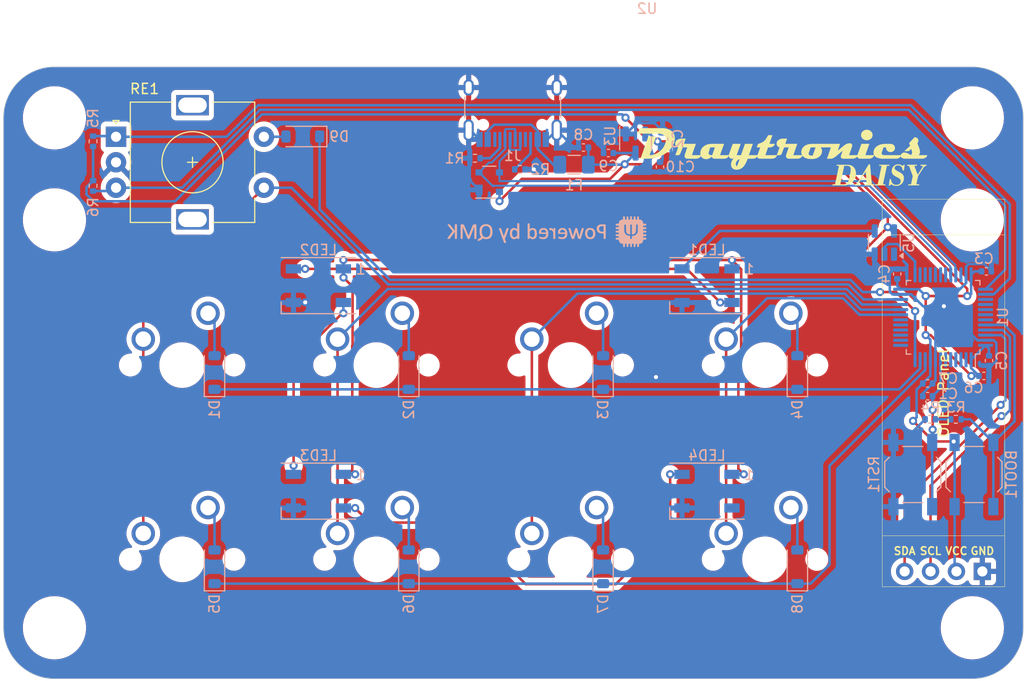
<source format=kicad_pcb>
(kicad_pcb (version 20240108) (generator "pcbnew") (generator_version "8.0")
  (layers (0 "F.Cu" signal) (31 "B.Cu" signal) (34 "B.Paste" user) (35 "F.Paste" user) (36 "B.SilkS" user "B.Silkscreen") (37 "F.SilkS" user "F.Silkscreen") (38 "B.Mask" user) (39 "F.Mask" user) (44 "Edge.Cuts" user))
  (net 0 "")
  (net 1 "+5V")
  (net 2 "GND")
  (net 3 "+3V3")
  (net 4 "NRST")
  (net 5 "VBUS")
  (net 6 "Net-(J1-CC1)")
  (net 8 "Net-(J1-CC2)")
  (net 10 "BOOT0")
  (net 11 "/C13")
  (net 12 "/C14")
  (net 13 "/C15")
  (net 14 "/F0")
  (net 15 "/F1")
  (net 16 "/B12")
  (net 17 "/B13")
  (net 18 "/B14")
  (net 19 "/B15")
  (net 20 "/A8")
  (net 21 "/B4")
  (net 22 "/B5")
  (net 23 "/B6")
  (net 24 "/B7")
  (net 25 "/A3")
  (net 26 "/A4")
  (net 27 "/A5")
  (net 28 "/A6")
  (net 29 "/A7")
  (net 30 "/B0")
  (net 31 "/B3")
  (net 32 "/B8")
  (net 33 "/B9")
  (net 34 "/A9")
  (net 35 "/A10")
  (net 36 "/A13")
  (net 37 "Net-(R3-Pad2)")
  (net 38 "D+")
  (net 39 "D-")
  (net 40 "Net-(D1-A)")
  (net 41 "ROW1")
  (net 42 "Net-(D2-A)")
  (net 43 "ROW2")
  (net 44 "Net-(D3-A)")
  (net 45 "ROW0")
  (net 46 "COL0")
  (net 47 "Net-(D4-A)")
  (net 48 "COL1")
  (net 49 "Net-(D5-A)")
  (net 50 "COL2")
  (net 51 "Net-(D6-A)")
  (net 52 "COL3")
  (net 53 "Net-(D7-A)")
  (net 54 "Net-(D8-A)")
  (net 55 "REA")
  (net 56 "REB")
  (net 57 "Net-(D9-A)")
  (net 58 "Net-(LED1-DOUT)")
  (net 59 "Net-(LED1-DIN)")
  (net 60 "Net-(LED2-DOUT)")
  (net 61 "Net-(LED3-DOUT)")
  (footprint "Daisy:Warning" (layer "F.Cu") (at 103.299375 29.276875)
    (property "Reference" "G***" (hide yes))
    (property "Value" "LOGO" (hide yes))
  )
  (footprint "Daisy:draytronics-daisy-logo" (layer "F.Cu") (at 95.063125 32.62875)
    (property "Reference" "G***" (hide yes))
    (property "Value" "LOGO" (hide yes))
  )
  (footprint "Draytronics:SSD1306-0.91-OLED-4pin-128x32" (layer "F.Cu") (at 116.8225 36.52125 -90)
    (property "Reference" "OL1" (hide yes))
    (property "Value" "OLED" (hide yes))
  )
  (footprint "MountingHole:MountingHole_2.2mm_M2" (layer "F.Cu") (at 113.65 38.546)
    (property "Reference" "REF**" (hide yes))
    (property "Value" "MountingHole_2.2mm_M2" (hide yes))
  )
  (footprint "MountingHole:MountingHole_2.2mm_M2" (layer "F.Cu") (at 23.65 38.546)
    (property "Reference" "REF**" (hide yes))
    (property "Value" "MountingHole_2.2mm_M2" (hide yes))
  )
  (footprint "Rotary_Encoder:RotaryEncoder_Alps_EC11E-Switch_Vertical_H20mm" (layer "F.Cu") (at 29.68625 30.403125)
    (property "Reference" "RE1")
    (property "Value" "Encoder")
  )
  (footprint "MountingHole:MountingHole_2.2mm_M2" (layer "F.Cu") (at 23.65 78.546)
    (property "Reference" "REF**" (hide yes))
    (property "Value" "MountingHole_2.2mm_M2" (hide yes))
  )
  (footprint "PCM_marbastlib-mx:SW_MX_1u" (layer "F.Cu") (at 93.319375 52.786875)
    (property "Reference" "MX4" (hide yes))
    (property "Value" "MX_SW_solder")
  )
  (footprint "PCM_marbastlib-mx:SW_MX_1u" (layer "F.Cu") (at 93.319375 71.836875)
    (property "Reference" "MX8" (hide yes))
    (property "Value" "MX_SW_solder")
  )
  (footprint "PCM_marbastlib-mx:SW_MX_1u" (layer "F.Cu") (at 74.269375 71.836875)
    (property "Reference" "MX7" (hide yes))
    (property "Value" "MX_SW_solder")
  )
  (footprint "PCM_marbastlib-mx:SW_MX_1u" (layer "F.Cu") (at 74.269375 52.786875)
    (property "Reference" "MX3" (hide yes))
    (property "Value" "MX_SW_solder")
  )
  (footprint "PCM_marbastlib-mx:SW_MX_1u" (layer "F.Cu") (at 55.219375 71.836875)
    (property "Reference" "MX6" (hide yes))
    (property "Value" "MX_SW_solder")
  )
  (footprint "PCM_marbastlib-mx:SW_MX_1u" (layer "F.Cu") (at 36.169375 52.786875)
    (property "Reference" "MX1" (hide yes))
    (property "Value" "MX_SW_solder")
  )
  (footprint "Daisy:Daisy_Graphic_One_Fc" (layer "F.Cu") (at 23.0725 58.74 -90)
    (property "Reference" "G***" (hide yes))
    (property "Value" "LOGO" (hide yes))
  )
  (footprint "MountingHole:MountingHole_2.2mm_M2" (layer "F.Cu") (at 113.65 78.546)
    (property "Reference" "REF**" (hide yes))
    (property "Value" "MountingHole_2.2mm_M2" (hide yes))
  )
  (footprint "PCM_marbastlib-mx:SW_MX_1u" (layer "F.Cu") (at 55.219375 52.786875)
    (property "Reference" "MX2" (hide yes))
    (property "Value" "MX_SW_solder")
  )
  (footprint "MountingHole:MountingHole_2.2mm_M2" (layer "F.Cu") (at 23.65 28.546)
    (property "Reference" "REF**" (hide yes))
    (property "Value" "MountingHole_2.2mm_M2" (hide yes))
  )
  (footprint "PCM_marbastlib-mx:SW_MX_1u" (layer "F.Cu") (at 36.169375 71.836875)
    (property "Reference" "MX5" (hide yes))
    (property "Value" "MX_SW_solder")
  )
  (footprint "MountingHole:MountingHole_2.2mm_M2" (layer "F.Cu") (at 113.65 28.546)
    (property "Reference" "REF**" (hide yes))
    (property "Value" "MountingHole_2.2mm_M2" (hide yes))
  )
  (footprint "Capacitor_SMD:C_0402_1005Metric" (layer "B.Cu") (at 106.2825 43.8525 90)
    (property "Reference" "C4")
    (property "Value" "100nF")
  )
  (footprint "Package_QFP:LQFP-48_7x7mm_P0.5mm" (layer "B.Cu") (at 110.7825 48.1025 90)
    (property "Reference" "U1")
    (property "Value" "STM32F072CBT6")
  )
  (footprint "Diode_SMD:D_SOD-123" (layer "B.Cu") (at 58.394375 53.518125 90)
    (property "Reference" "D2")
    (property "Value" "D_Small")
  )
  (footprint "LED_SMD:LED_WS2812B_PLCC4_5.0x5.0mm_P3.2mm" (layer "B.Cu") (at 87.63 65.1525 180)
    (property "Reference" "LED4")
    (property "Value" "WS2812B")
  )
  (footprint "Diode_SMD:D_SOD-123" (layer "B.Cu") (at 77.444375 72.568125 90)
    (property "Reference" "D7")
    (property "Value" "D_Small")
  )
  (footprint "Capacitor_SMD:C_0402_1005Metric" (layer "B.Cu") (at 115.0325 43.6025)
    (property "Reference" "C3")
    (property "Value" "100nF")
  )
  (footprint "LED_SMD:LED_WS2812B_PLCC4_5.0x5.0mm_P3.2mm" (layer "B.Cu") (at 87.63 45 180)
    (property "Reference" "LED1")
    (property "Value" "WS2812B")
  )
  (footprint "Diode_SMD:D_SOD-123" (layer "B.Cu") (at 96.494375 72.568125 90)
    (property "Reference" "D8")
    (property "Value" "D_Small")
  )
  (footprint "Button_Switch_SMD:SW_SPST_TL3342" (layer "B.Cu") (at 113.8125 63.52 -90)
    (property "Reference" "BOOT1")
    (property "Value" "SW_SPST")
  )
  (footprint "Diode_SMD:D_SOD-123" (layer "B.Cu") (at 96.494375 53.518125 90)
    (property "Reference" "D4")
    (property "Value" "D_Small")
  )
  (footprint "Package_TO_SOT_SMD:SOT-143" (layer "B.Cu") (at 66.285 34.85)
    (property "Reference" "U2")
    (property "Value" "PRTR5V0U2X")
  )
  (footprint "Capacitor_SMD:C_0402_1005Metric" (layer "B.Cu") (at 115.2825 52.3525 -90)
    (property "Reference" "C5")
    (property "Value" "100nF")
  )
  (footprint "Diode_SMD:D_SOD-123" (layer "B.Cu") (at 58.394375 72.568125 90)
    (property "Reference" "D6")
    (property "Value" "D_Small")
  )
  (footprint "Button_Switch_SMD:SW_SPST_TL3342" (layer "B.Cu") (at 107.8125 63.52 90)
    (property "Reference" "RST1")
    (property "Value" "SW_SPST")
  )
  (footprint "Diode_SMD:D_SOD-123" (layer "B.Cu") (at 39.344375 53.518125 90)
    (property "Reference" "D1")
    (property "Value" "D_Small")
  )
  (footprint "LED_SMD:LED_WS2812B_PLCC4_5.0x5.0mm_P3.2mm" (layer "B.Cu") (at 49.53 65.1525 180)
    (property "Reference" "LED3")
    (property "Value" "WS2812B")
  )
  (footprint "Daisy:qmk-logo" (layer "B.Cu") (at 71.888125 39.69 180)
    (property "Reference" "G***" (hide yes))
    (property "Value" "LOGO" (hide yes))
  )
  (footprint "Diode_SMD:D_SOD-123" (layer "B.Cu") (at 47.999375 30.376875 180)
    (property "Reference" "D9")
    (property "Value" "D_Small")
  )
  (footprint "Package_TO_SOT_SMD:SOT-23" (layer "B.Cu") (at 80.629375 31.066875 -90)
    (property "Reference" "U3")
    (property "Value" "XC6206PxxxMR-Regulator_Linear")
  )
  (footprint "Capacitor_SMD:C_0402_1005Metric" (layer "B.Cu") (at 114.7825 53.8525)
    (property "Reference" "C6")
    (property "Value" "100nF")
  )
  (footprint "Package_TO_SOT_SMD:SOT-23-5" (layer "B.Cu") (at 105.021875 40.776875 90)
    (property "Reference" "U5")
    (property "Value" "SN74LV1T34DBV")
  )
  (footprint "Resistor_SMD:R_0402_1005Metric" (layer "B.Cu") (at 64.879375 32.506875)
    (property "Reference" "R1")
    (property "Value" "5.1k")
  )
  (footprint "Capacitor_SMD:C_0402_1005Metric" (layer "B.Cu") (at 83.029375 33.361875 -90)
    (property "Reference" "C10")
    (property "Value" "1uF")
  )
  (footprint "Fuse:Fuse_1206_3216Metric" (layer "B.Cu") (at 74.599375 33.136875)
    (property "Reference" "F1")
    (property "Value" "500mA")
  )
  (footprint "Resistor_SMD:R_0402_1005Metric" (layer "B.Cu") (at 27.438125 35.21125 -90)
    (property "Reference" "R6")
    (property "Value" "5.1k")
  )
  (footprint "Diode_SMD:D_SOD-123" (layer "B.Cu") (at 39.344375 72.568125 90)
    (property "Reference" "D5")
    (property "Value" "D_Small")
  )
  (footprint "Capacitor_SMD:C_0402_1005Metric" (layer "B.Cu") (at 77.969375 31.996875 180)
    (property "Reference" "C9")
    (property "Value" "1uF")
  )
  (footprint "Capacitor_SMD:C_0402_1005Metric" (layer "B.Cu") (at 109.269077 55.839077 180)
    (property "Reference" "C1")
    (property "Value" "100nF")
  )
  (footprint "Resistor_SMD:R_0402_1005Metric" (layer "B.Cu") (at 109.5325 58.1025 180)
    (property "Reference" "R4")
    (property "Value" "5.1k")
  )
  (footprint "Capacitor_SMD:C_0402_1005Metric" (layer "B.Cu") (at 109.269077 54.589077)
    (property "Reference" "C7")
    (property "Value" "100nF")
  )
  (footprint "LED_SMD:LED_WS2812B_PLCC4_5.0x5.0mm_P3.2mm" (layer "B.Cu") (at 49.53 45 180)
    (property "Reference" "LED2")
    (property "Value" "WS2812B")
  )
  (footprint "Resistor_SMD:R_0402_1005Metric" (layer "B.Cu") (at 69.285 33.6)
    (property "Reference" "R2")
    (property "Value" "5.1k")
  )
  (footprint "PCM_marbastlib-various:USB_C_Receptacle_HRO_TYPE-C-31-M-12" (layer "B.Cu") (at 68.58 26.622)
    (property "Reference" "J1")
    (property "Value" "USB_C_Receptacle_USB2.0")
  )
  (footprint "Resistor_SMD:R_0402_1005Metric" (layer "B.Cu") (at 112.0325 58.1025 180)
    (property "Reference" "R3")
    (property "Value" "5.1k")
  )
  (footprint "Capacitor_SMD:C_0603_1608Metric" (layer "B.Cu") (at 83.279375 30.611875 90)
    (property "Reference" "C2")
    (property "Value" "10uF")
  )
  (footprint "Capacitor_SMD:C_0402_1005Metric" (layer "B.Cu") (at 75.519375 31.456875 180)
    (property "Reference" "C8")
    (property "Value" "100nF")
  )
  (footprint "Diode_SMD:D_SOD-123" (layer "B.Cu") (at 77.444375 53.518125 90)
    (property "Reference" "D3")
    (property "Value" "D_Small")
  )
  (footprint "Resistor_SMD:R_0402_1005Metric" (layer "B.Cu") (at 27.438125 30.845625 -90)
    (property "Reference" "R5")
    (property "Value" "5.1k")
  )
  (gr_arc (start 18.65 28.546) (mid 20.114466 25.010466) (end 23.65 23.546) (stroke (width 0.05)) (layer "Edge.Cuts"))
  (gr_line (start 118.65 78.546) (end 118.65 28.546) (stroke (width 0.05)) (layer "Edge.Cuts"))
  (gr_line (start 23.65 83.546) (end 113.65 83.546) (stroke (width 0.05)) (layer "Edge.Cuts"))
  (gr_arc (start 113.65 23.546) (mid 117.185534 25.010466) (end 118.65 28.546) (stroke (width 0.05)) (layer "Edge.Cuts"))
  (gr_line (start 113.65 23.546) (end 23.65 23.546) (stroke (width 0.05)) (layer "Edge.Cuts"))
  (gr_arc (start 118.65 78.546) (mid 117.185534 82.081534) (end 113.65 83.546) (stroke (width 0.05)) (layer "Edge.Cuts"))
  (gr_line (start 18.65 28.546) (end 18.65 78.546) (stroke (width 0.05)) (layer "Edge.Cuts"))
  (gr_arc (start 23.65 83.546) (mid 20.114466 82.081534) (end 18.65 78.546) (stroke (width 0.05)) (layer "Edge.Cuts"))
  (segment (start 69.475625 34.530625) (end 78.135625 34.530625) (width 0.25) (layer "F.Cu") (net 1))
  (segment (start 102.119375 42.496875) (end 105.359375 39.256875) (width 0.25) (layer "F.Cu") (net 1))
  (segment (start 52.884375 50.857841) (end 52.884375 45.101875) (width 0.25) (layer "F.Cu") (net 1))
  (segment (start 67.289375 36.716875) (end 69.475625 34.530625) (width 0.25) (layer "F.Cu") (net 1))
  (segment (start 90.079375 42.496875) (end 102.119375 42.496875) (width 0.25) (layer "F.Cu") (net 1))
  (segment (start 90.984375 52.171875) (end 90.709375 52.446875) (width 0.25) (layer "F.Cu") (net 1))
  (segment (start 105.359375 38.153271) (end 98.512979 31.306875) (width 0.25) (layer "F.Cu") (net 1))
  (segment (start 90.069375 42.486875) (end 90.079375 42.496875) (width 0.25) (layer "F.Cu") (net 1))
  (segment (start 98.512979 31.306875) (end 83.35468 31.306875) (width 0.25) (layer "F.Cu") (net 1))
  (segment (start 78.135625 34.530625) (end 79.569375 33.096875) (width 0.25) (layer "F.Cu") (net 1))
  (segment (start 105.359375 39.256875) (end 105.359375 38.153271) (width 0.25) (layer "F.Cu") (net 1))
  (segment (start 90.709375 62.966875) (end 91.239375 63.496875) (width 0.25) (layer "F.Cu") (net 1))
  (segment (start 52.884375 45.101875) (end 51.989375 44.206875) (width 0.25) (layer "F.Cu") (net 1))
  (segment (start 52.850475 50.891741) (end 52.884375 50.857841) (width 0.25) (layer "F.Cu") (net 1))
  (segment (start 52.850475 63.217975) (end 52.850475 50.891741) (width 0.25) (layer "F.Cu") (net 1))
  (segment (start 90.984375 43.401875) (end 90.984375 52.171875) (width 0.25) (layer "F.Cu") (net 1))
  (segment (start 81.56468 33.096875) (end 79.569375 33.096875) (width 0.25) (layer "F.Cu") (net 1))
  (segment (start 53.129375 63.496875) (end 52.850475 63.217975) (width 0.25) (layer "F.Cu") (net 1))
  (segment (start 51.979375 42.486875) (end 90.069375 42.486875) (width 0.25) (layer "F.Cu") (net 1))
  (segment (start 83.35468 31.306875) (end 81.56468 33.096875) (width 0.25) (layer "F.Cu") (net 1))
  (segment (start 90.709375 52.446875) (end 90.709375 62.966875) (width 0.25) (layer "F.Cu") (net 1))
  (segment (start 90.079375 42.496875) (end 90.984375 43.401875) (width 0.25) (layer "F.Cu") (net 1))
  (via (at 79.569375 33.096875) (size 0.8) (drill 0.4) (layers "F.Cu" "B.Cu") (net 1))
  (via (at 67.289375 36.716875) (size 0.8) (drill 0.4) (layers "F.Cu" "B.Cu") (net 1))
  (via (at 105.359375 39.256875) (size 0.8) (drill 0.4) (layers "F.Cu" "B.Cu") (net 1))
  (via (at 53.129375 63.496875) (size 0.8) (drill 0.4) (layers "F.Cu" "B.Cu") (net 1))
  (via (at 90.079375 42.496875) (size 0.8) (drill 0.4) (layers "F.Cu" "B.Cu") (net 1))
  (via (at 91.239375 63.496875) (size 0.8) (drill 0.4) (layers "F.Cu" "B.Cu") (net 1))
  (via (at 51.989375 44.206875) (size 0.8) (drill 0.4) (layers "F.Cu" "B.Cu") (net 1))
  (via (at 51.979375 42.486875) (size 0.8) (drill 0.4) (layers "F.Cu" "B.Cu") (net 1))
  (segment (start 80.629375 32.004375) (end 79.569375 33.064375) (width 0.25) (layer "B.Cu") (net 1))
  (segment (start 79.569375 33.064375) (end 79.569375 33.096875) (width 0.25) (layer "B.Cu") (net 1))
  (segment (start 91.23375 63.5025) (end 91.239375 63.496875) (width 0.25) (layer "B.Cu") (net 1))
  (segment (start 75.999375 31.456875) (end 75.999375 33.136875) (width 0.25) (layer "B.Cu") (net 1))
  (segment (start 51.98 42.4875) (end 51.979375 42.486875) (width 0.25) (layer "B.Cu") (net 1))
  (segment (start 80.621875 31.996875) (end 80.629375 32.004375) (width 0.25) (layer "B.Cu") (net 1))
  (segment (start 105.971875 39.639375) (end 105.741875 39.639375) (width 0.25) (layer "B.Cu") (net 1))
  (segment (start 90.08 63.5025) (end 91.23375 63.5025) (width 0.25) (layer "B.Cu") (net 1))
  (segment (start 90.08 42.4975) (end 90.079375 42.496875) (width 0.25) (layer "B.Cu") (net 1))
  (segment (start 78.449375 31.996875) (end 80.621875 31.996875) (width 0.25) (layer "B.Cu") (net 1))
  (segment (start 90.08 43.35) (end 90.08 42.4975) (width 0.25) (layer "B.Cu") (net 1))
  (segment (start 79.496875 33.136875) (end 75.999375 33.136875) (width 0.25) (layer "B.Cu") (net 1))
  (segment (start 51.98 43.35) (end 51.98 42.4875) (width 0.25) (layer "B.Cu") (net 1))
  (segment (start 53.12375 63.5025) (end 53.129375 63.496875) (width 0.25) (layer "B.Cu") (net 1))
  (segment (start 67.285 35.8) (end 67.285 36.7125) (width 0.25) (layer "B.Cu") (net 1))
  (segment (start 79.536875 33.096875) (end 79.496875 33.136875) (width 0.25) (layer "B.Cu") (net 1))
  (segment (start 79.569375 33.096875) (end 79.536875 33.096875) (width 0.25) (layer "B.Cu") (net 1))
  (segment (start 51.989375 43.359375) (end 51.98 43.35) (width 0.25) (layer "B.Cu") (net 1))
  (segment (start 105.741875 39.639375) (end 105.359375 39.256875) (width 0.25) (layer "B.Cu") (net 1))
  (segment (start 51.989375 44.206875) (end 51.989375 43.359375) (width 0.25) (layer "B.Cu") (net 1))
  (segment (start 51.98 63.5025) (end 53.12375 63.5025) (width 0.25) (layer "B.Cu") (net 1))
  (segment (start 67.285 36.7125) (end 67.289375 36.716875) (width 0.25) (layer "B.Cu") (net 1))
  (via (at 82.629375 53.966875) (size 0.8) (drill 0.4) (layers "F.Cu" "B.Cu") (net 2))
  (via (at 110.859375 47.016875) (size 0.8) (drill 0.4) (layers "F.Cu" "B.Cu") (net 2))
  (via (at 48.239375 46.636875) (size 0.8) (drill 0.4) (layers "F.Cu" "B.Cu") (net 2))
  (via (at 70.649375 33.596875) (size 0.8) (drill 0.4) (layers "F.Cu" "B.Cu") (net 2))
  (segment (start 64.369375 29.861375) (end 64.26 29.752) (width 0.25) (layer "B.Cu") (net 2))
  (segment (start 74.604875 31.456875) (end 72.9 29.752) (width 0.25) (layer "B.Cu") (net 2))
  (segment (start 74.879375 29.752) (end 72.9 29.752) (width 0.25) (layer "B.Cu") (net 2))
  (segment (start 48.22625 46.65) (end 48.239375 46.636875) (width 0.25) (layer "B.Cu") (net 2))
  (segment (start 110.859375 47.016875) (end 110.804111 47.016875) (width 0.25) (layer "B.Cu") (net 2))
  (segment (start 83.339374 33.841875) (end 83.029375 33.841875) (width 0.25) (layer "B.Cu") (net 2))
  (segment (start 110.0325 54.305654) (end 109.749077 54.589077) (width 0.25) (layer "B.Cu") (net 2))
  (segment (start 105.5575 43.787501) (end 105.5575 45.595264) (width 0.25) (layer "B.Cu") (net 2))
  (segment (start 114.945 50.3525) (end 115.750264 50.3525) (width 0.25) (layer "B.Cu") (net 2))
  (segment (start 116.0075 50.609736) (end 116.0075 52.36875) (width 0.25) (layer "B.Cu") (net 2))
  (segment (start 104.071875 41.914375) (end 104.071875 42.576874) (width 0.25) (layer "B.Cu") (net 2))
  (segment (start 106.2825 43.3725) (end 105.972501 43.3725) (width 0.25) (layer "B.Cu") (net 2))
  (segment (start 104.867501 43.3725) (end 106.2825 43.3725) (width 0.25) (layer "B.Cu") (net 2))
  (segment (start 86.32375 66.8025) (end 86.329375 66.796875) (width 0.25) (layer "B.Cu") (net 2))
  (segment (start 113.0325 44.745264) (end 110.0325 47.745264) (width 0.25) (layer "B.Cu") (net 2))
  (segment (start 110.799375 47.026875) (end 108.829375 47.026875) (width 0.25) (layer "B.Cu") (net 2))
  (segment (start 70.64625 33.6) (end 70.649375 33.596875) (width 0.25) (layer "B.Cu") (net 2))
  (segment (start 107.839375 59.285625) (end 109.0225 58.1025) (width 0.25) (layer "B.Cu") (net 2))
  (segment (start 77.489375 31.996875) (end 77.489375 31.686876) (width 0.25) (layer "B.Cu") (net 2))
  (segment (start 71.83 30.667) (end 71.985 30.667) (width 0.25) (layer "B.Cu") (net 2))
  (segment (start 110.814111 47.026875) (end 110.799375 47.026875) (width 0.25) (layer "B.Cu") (net 2))
  (segment (start 84.079375 33.101874) (end 83.339374 33.841875) (width 0.25) (layer "B.Cu") (net 2))
  (segment (start 113.28875 42.8775) (end 113.0325 43.13375) (width 0.25) (layer "B.Cu") (net 2))
  (segment (start 109.749077 54.589077) (end 109.749077 54.600567) (width 0.25) (layer "B.Cu") (net 2))
  (segment (start 110.804111 47.016875) (end 110.814111 47.026875) (width 0.25) (layer "B.Cu") (net 2))
  (segment (start 108.789077 55.560567) (end 108.789077 55.839077) (width 0.25) (layer "B.Cu") (net 2))
  (segment (start 106.755 60.37) (end 107.838125 59.286875) (width 0.25) (layer "B.Cu") (net 2))
  (segment (start 105.5575 45.595264) (end 105.814736 45.8525) (width 0.25) (layer "B.Cu") (net 2))
  (segment (start 115.2825 52.8325) (end 115.2825 53.8325) (width 0.25) (layer "B.Cu") (net 2))
  (segment (start 79.649375 30.159375) (end 79.679375 30.129375) (width 0.25) (layer "B.Cu") (net 2))
  (segment (start 115.750264 50.3525) (end 116.0075 50.609736) (width 0.25) (layer "B.Cu") (net 2))
  (segment (start 105.9125 60.37) (end 105.9125 66.67) (width 0.25) (layer "B.Cu") (net 2))
  (segment (start 75.039375 31.456875) (end 74.604875 31.456875) (width 0.25) (layer "B.Cu") (net 2))
  (segment (start 69.795 33.6) (end 70.64625 33.6) (width 0.25) (layer "B.Cu") (net 2))
  (segment (start 105.814736 45.8525) (end 106.62 45.8525) (width 0.25) (layer "B.Cu") (net 2))
  (segment (start 82.509375 29.066875) (end 83.279375 29.836875) (width 0.25) (layer "B.Cu") (net 2))
  (segment (start 116.0075 52.36875) (end 115.54375 52.8325) (width 0.25) (layer "B.Cu") (net 2))
  (segment (start 83.279375 29.836875) (end 84.079375 30.636875) (width 0.25) (layer "B.Cu") (net 2))
  (segment (start 85.18 46.65) (end 86.31625 46.65) (width 0.25) (layer "B.Cu") (net 2))
  (segment (start 75.554499 29.752) (end 74.879375 29.752) (width 0.25) (layer "B.Cu") (net 2))
  (segment (start 79.302 29.752) (end 74.879375 29.752) (width 0.25) (layer "B.Cu") (net 2))
  (segment (start 64.415 29.752) (end 65.33 30.667) (width 0.25) (layer "B.Cu") (net 2))
  (segment (start 104.071875 42.576874) (end 104.867501 43.3725) (width 0.25) (layer "B.Cu") (net 2))
  (segment (start 115.54375 52.8325) (end 115.2825 52.8325) (width 0.25) (layer "B.Cu") (net 2))
  (segment (start 113.0325 43.94) (end 113.0325 44.745264) (width 0.25) (layer "B.Cu") (net 2))
  (segment (start 109.749077 54.600567) (end 108.789077 55.560567) (width 0.25) (layer "B.Cu") (net 2))
  (segment (start 114.139736 50.3525) (end 110.859375 47.072139) (width 0.25) (layer "B.Cu") (net 2))
  (segment (start 108.829375 47.026875) (end 107.655 45.8525) (width 0.25) (layer "B.Cu") (net 2))
  (segment (start 47.08 66.8025) (end 48.23375 66.8025) (width 0.25) (layer "B.Cu") (net 2))
  (segment (start 84.079375 30.636875) (end 84.079375 33.101874) (width 0.25) (layer "B.Cu") (net 2))
  (segment (start 115.2825 53.8325) (end 115.2625 53.8525) (width 0.25) (layer "B.Cu") (net 2))
  (segment (start 107.655 45.8525) (end 106.62 45.8525) (width 0.25) (layer "B.Cu") (net 2))
  (segment (start 110.0325 52.265) (end 110.0325 54.305654) (width 0.25) (layer "B.Cu") (net 2))
  (segment (start 105.972501 43.3725) (end 105.5575 43.787501) (width 0.25) (layer "B.Cu") (net 2))
  (segment (start 114.945 50.3525) (end 114.139736 50.3525) (width 0.25) (layer "B.Cu") (net 2))
  (segment (start 80.741875 29.066875) (end 82.509375 29.066875) (width 0.25) (layer "B.Cu") (net 2))
  (segment (start 79.679375 30.129375) (end 79.302 29.752) (width 0.25) (layer "B.Cu") (net 2))
  (segment (start 64.26 29.752) (end 64.415 29.752) (width 0.25) (layer "B.Cu") (net 2))
  (segment (start 64.369375 32.506875) (end 64.369375 29.861375) (width 0.25) (layer "B.Cu") (net 2))
  (segment (start 86.31625 46.65) (end 86.329375 46.636875) (width 0.25) (layer "B.Cu") (net 2))
  (segment (start 113.0325 43.13375) (end 113.0325 43.94) (width 0.25) (layer "B.Cu") (net 2))
  (segment (start 115.5125 43.59101) (end 114.79899 42.8775) (width 0.25) (layer "B.Cu") (net 2))
  (segment (start 64.369375 34.684375) (end 65.285 35.6) (width 0.25) (layer "B.Cu") (net 2))
  (segment (start 71.985 30.667) (end 72.9 29.752) (width 0.25) (layer "B.Cu") (net 2))
  (segment (start 77.489375 31.686876) (end 75.554499 29.752) (width 0.25) (layer "B.Cu") (net 2))
  (segment (start 48.23375 66.8025) (end 48.239375 66.796875) (width 0.25) (layer "B.Cu") (net 2))
  (segment (start 107.838125 59.286875) (end 107.839375 59.286875) (width 0.25) (layer "B.Cu") (net 2))
  (segment (start 110.859375 47.072139) (end 110.859375 47.016875) (width 0.25) (layer "B.Cu") (net 2))
  (segment (start 107.839375 59.286875) (end 107.839375 59.285625) (width 0.25) (layer "B.Cu") (net 2))
  (segment (start 79.679375 30.129375) (end 80.741875 29.066875) (width 0.25) (layer "B.Cu") (net 2))
  (segment (start 110.0325 47.745264) (end 110.0325 52.265) (width 0.25) (layer "B.Cu") (net 2))
  (segment (start 64.369375 32.506875) (end 64.369375 34.684375) (width 0.25) (layer "B.Cu") (net 2))
  (segment (start 105.9125 60.37) (end 106.755 60.37) (width 0.25) (layer "B.Cu") (net 2))
  (segment (start 47.08 46.65) (end 48.22625 46.65) (width 0.25) (layer "B.Cu") (net 2))
  (segment (start 85.18 66.8025) (end 86.32375 66.8025) (width 0.25) (layer "B.Cu") (net 2))
  (segment (start 114.79899 42.8775) (end 113.28875 42.8775) (width 0.25) (layer "B.Cu") (net 2))
  (segment (start 115.5125 43.6025) (end 115.5125 43.59101) (width 0.25) (layer "B.Cu") (net 2))
  (segment (start 113.149375 45.306875) (end 113.149375 46.016875) (width 0.25) (layer "F.Cu") (net 3))
  (segment (start 81.96689 30.856875) (end 79.642729 28.532714) (width 0.25) (layer "F.Cu") (net 3))
  (segment (start 82.779375 30.856875) (end 98.699375 30.856875) (width 0.25) (layer "F.Cu") (net 3))
  (segment (start 109.851722 60.279222) (end 111.821722 60.279222) (width 0.25) (layer "F.Cu") (net 3))
  (segment (start 98.699375 30.856875) (end 113.149375 45.306875) (width 0.25) (layer "F.Cu") (net 3))
  (segment (start 82.779375 30.856875) (end 81.96689 30.856875) (width 0.25) (layer "F.Cu") (net 3))
  (segment (start 113.559375 53.856875) (end 109.549375 49.846875) (width 0.25) (layer "F.Cu") (net 3))
  (segment (start 113.149375 46.016875) (end 109.079375 46.016875) (width 0.25) (layer "F.Cu") (net 3))
  (segment (start 109.079375 49.846875) (end 109.079375 46.016875) (width 0.25) (layer "F.Cu") (net 3))
  (segment (start 109.549375 49.846875) (end 109.079375 49.846875) (width 0.25) (layer "F.Cu") (net 3))
  (segment (start 107.836097 58.263597) (end 109.851722 60.279222) (width 0.25) (layer "F.Cu") (net 3))
  (via (at 82.779375 30.856875) (size 0.8) (drill 0.4) (layers "F.Cu" "B.Cu") (net 3))
  (via (at 111.821722 60.279222) (size 0.8) (drill 0.4) (layers "F.Cu" "B.Cu") (net 3))
  (via (at 79.642729 28.532714) (size 0.8) (drill 0.4) (layers "F.Cu" "B.Cu") (net 3))
  (via (at 109.079375 46.016875) (size 0.8) (drill 0.4) (layers "F.Cu" "B.Cu") (net 3))
  (via (at 109.079375 49.846875) (size 0.8) (drill 0.4) (layers "F.Cu" "B.Cu") (net 3))
  (via (at 107.836097 58.263597) (size 0.8) (drill 0.4) (layers "F.Cu" "B.Cu") (net 3))
  (via (at 113.149375 46.016875) (size 0.8) (drill 0.4) (layers "F.Cu" "B.Cu") (net 3))
  (via (at 113.559375 53.856875) (size 0.8) (drill 0.4) (layers "F.Cu" "B.Cu") (net 3))
  (segment (start 111.9125 63.27) (end 111.919375 63.276875) (width 0.25) (layer "B.Cu") (net 3))
  (segment (start 108.184077 57.915617) (end 107.836097 58.263597) (width 0.25) (layer "B.Cu") (net 3))
  (segment (start 111.919375 63.276875) (end 111.9125 63.28375) (width 0.25) (layer "B.Cu") (net 3))
  (segment (start 43.995771 28.206875) (end 35.474521 36.728125) (width 0.25) (layer "B.Cu") (net 3))
  (segment (start 106.2825 44.3325) (end 106.2825 45.015) (width 0.25) (layer "B.Cu") (net 3))
  (segment (start 106.2825 45.015) (end 106.62 45.3525) (width 0.25) (layer "B.Cu") (net 3))
  (segment (start 113.5325 43.94) (end 113.5325 45.81375) (width 0.25) (layer "B.Cu") (net 3))
  (segment (start 113.5325 52.265) (end 113.5325 53.0825) (width 0.25) (layer "B.Cu") (net 3))
  (segment (start 35.474521 36.728125) (end 27.460625 36.728125) (width 0.25) (layer "B.Cu") (net 3))
  (segment (start 111.9125 60.37) (end 111.9125 63.27) (width 0.25) (layer "B.Cu") (net 3))
  (segment (start 109.5325 52.265) (end 109.5325 51.21) (width 0.25) (layer "B.Cu") (net 3))
  (segment (start 106.62 45.3525) (end 108.415 45.3525) (width 0.25) (layer "B.Cu") (net 3))
  (segment (start 83.279375 32.631875) (end 83.029375 32.881875) (width 0.25) (layer "B.Cu") (net 3))
  (segment (start 114.259375 51.596875) (end 114.200625 51.596875) (width 0.25) (layer "B.Cu") (net 3))
  (segment (start 108.789077 54.589077) (end 108.184077 55.194077) (width 0.25) (layer "B.Cu") (net 3))
  (segment (start 115.2825 51.19) (end 114.945 50.8525) (width 0.25) (layer "B.Cu") (net 3))
  (segment (start 27.469375 33.066875) (end 27.438125 33.098125) (width 0.25) (layer "B.Cu") (net 3))
  (segment (start 109.5325 51.21) (end 109.5325 50.3) (width 0.25) (layer "B.Cu") (net 3))
  (segment (start 83.029375 31.636875) (end 83.279375 31.386875) (width 0.25) (layer "B.Cu") (net 3))
  (segment (start 114.3025 53.8525) (end 113.56375 53.8525) (width 0.25) (layer "B.Cu") (net 3))
  (segment (start 27.438125 31.355625) (end 27.438125 33.035625) (width 0.25) (layer "B.Cu") (net 3))
  (segment (start 114.945 50.8525) (end 114.259375 51.538125) (width 0.25) (layer "B.Cu") (net 3))
  (segment (start 113.87 43.6025) (end 113.5325 43.94) (width 0.25) (layer "B.Cu") (net 3))
  (segment (start 108.184077 55.194077) (end 108.184077 57.915617) (width 0.25) (layer "B.Cu") (net 3))
  (segment (start 27.438125 33.035625) (end 27.469375 33.066875) (width 0.25) (layer "B.Cu") (net 3))
  (segment (start 109.5325 50.3) (end 109.079375 49.846875) (width 0.25) (layer "B.Cu") (net 3))
  (segment (start 82.779375 30.856875) (end 82.779375 30.886875) (width 0.25) (layer "B.Cu") (net 3))
  (segment (start 26.793125 35.34625) (end 27.438125 34.70125) (width 0.25) (layer "B.Cu") (net 3))
  (segment (start 108.789077 54.577587) (end 108.789077 54.589077) (width 0.25) (layer "B.Cu") (net 3))
  (segment (start 83.279375 31.386875) (end 83.279375 32.631875) (width 0.25) (layer "B.Cu") (net 3))
  (segment (start 79.31689 28.206875) (end 43.995771 28.206875) (width 0.25) (layer "B.Cu") (net 3))
  (segment (start 82.749375 30.856875) (end 82.779375 30.856875) (width 0.25) (layer "B.Cu") (net 3))
  (segment (start 113.5325 45.81375) (end 113.3525 45.81375) (width 0.25) (layer "B.Cu") (net 3))
  (segment (start 113.3525 45.81375) (end 113.149375 46.016875) (width 0.25) (layer "B.Cu") (net 3))
  (segment (start 111.9125 63.28375) (end 111.9125 66.67) (width 0.25) (layer "B.Cu") (net 3))
  (segment (start 114.5525 43.6025) (end 113.87 43.6025) (width 0.25) (layer "B.Cu") (net 3))
  (segment (start 111.9125 66.67) (end 111.9125 72.84125) (width 0.25) (layer "B.Cu") (net 3))
  (segment (start 113.56375 53.8525) (end 113.559375 53.856875) (width 0.25) (layer "B.Cu") (net 3))
  (segment (start 109.5325 52.265) (end 109.5325 53.834164) (width 0.25) (layer "B.Cu") (net 3))
  (segment (start 82.021875 30.129375) (end 82.749375 30.856875) (width 0.25) (layer "B.Cu") (net 3))
  (segment (start 108.415 45.3525) (end 109.079375 46.016875) (width 0.25) (layer "B.Cu") (net 3))
  (segment (start 27.460625 36.728125) (end 26.793125 36.060625) (width 0.25) (layer "B.Cu") (net 3))
  (segment (start 27.438125 33.098125) (end 27.438125 34.70125) (width 0.25) (layer "B.Cu") (net 3))
  (segment (start 114.200625 51.596875) (end 113.5325 52.265) (width 0.25) (layer "B.Cu") (net 3))
  (segment (start 82.779375 30.886875) (end 83.279375 31.386875) (width 0.25) (layer "B.Cu") (net 3))
  (segment (start 113.5325 53.0825) (end 114.3025 53.8525) (width 0.25) (layer "B.Cu") (net 3))
  (segment (start 111.9125 72.84125) (end 112.0925 73.02125) (width 0.25) (layer "B.Cu") (net 3))
  (segment (start 114.259375 51.538125) (end 114.259375 51.596875) (width 0.25) (layer "B.Cu") (net 3))
  (segment (start 81.579375 30.129375) (end 82.021875 30.129375) (width 0.25) (layer "B.Cu") (net 3))
  (segment (start 109.5325 53.834164) (end 108.789077 54.577587) (width 0.25) (layer "B.Cu") (net 3))
  (segment (start 26.793125 36.060625) (end 26.793125 35.34625) (width 0.25) (layer "B.Cu") (net 3))
  (segment (start 115.2825 51.8725) (end 115.2825 51.19) (width 0.25) (layer "B.Cu") (net 3))
  (segment (start 79.642729 28.532714) (end 79.31689 28.206875) (width 0.25) (layer "B.Cu") (net 3))
  (segment (start 109.759375 57.186875) (end 109.759375 59.116875) (width 0.25) (layer "F.Cu") (net 4))
  (via (at 109.759375 59.116875) (size 0.8) (drill 0.4) (layers "F.Cu" "B.Cu") (net 4))
  (via (at 109.759375 57.186875) (size 0.8) (drill 0.4) (layers "F.Cu" "B.Cu") (net 4))
  (segment (start 110.5325 52.265) (end 110.5325 55.055654) (width 0.25) (layer "B.Cu") (net 4))
  (segment (start 109.759375 59.116875) (end 109.759375 60.323125) (width 0.25) (layer "B.Cu") (net 4))
  (segment (start 109.759375 60.323125) (end 109.7125 60.37) (width 0.25) (layer "B.Cu") (net 4))
  (segment (start 109.7125 60.37) (end 109.7125 66.67) (width 0.25) (layer "B.Cu") (net 4))
  (segment (start 109.749077 55.839077) (end 109.749077 57.176577) (width 0.25) (layer "B.Cu") (net 4))
  (segment (start 109.749077 57.176577) (end 109.759375 57.186875) (width 0.25) (layer "B.Cu") (net 4))
  (segment (start 110.5325 55.055654) (end 109.749077 55.839077) (width 0.25) (layer "B.Cu") (net 4))
  (segment (start 72.574375 33.136875) (end 73.199375 33.136875) (width 0.25) (layer "B.Cu") (net 5))
  (segment (start 66.755125 29.216875) (end 70.399375 29.216875) (width 0.25) (layer "B.Cu") (net 5))
  (segment (start 66.13 30.667) (end 66.13 29.842) (width 0.25) (layer "B.Cu") (net 5))
  (segment (start 66.13 29.842) (end 66.755125 29.216875) (width 0.25) (layer "B.Cu") (net 5))
  (segment (start 70.399375 29.216875) (end 71.03 29.8475) (width 0.25) (layer "B.Cu") (net 5))
  (segment (start 71.03 29.8475) (end 71.03 30.667) (width 0.25) (layer "B.Cu") (net 5))
  (segment (start 71.03 31.5925) (end 72.574375 33.136875) (width 0.25) (layer "B.Cu") (net 5))
  (segment (start 71.03 30.667) (end 71.03 31.5925) (width 0.25) (layer "B.Cu") (net 5))
  (segment (start 65.389375 32.506875) (end 66.339375 32.506875) (width 0.25) (layer "B.Cu") (net 6))
  (segment (start 67.33 31.51625) (end 67.33 30.667) (width 0.25) (layer "B.Cu") (net 6))
  (segment (start 66.339375 32.506875) (end 67.33 31.51625) (width 0.25) (layer "B.Cu") (net 6))
  (segment (start 68.775 33.6) (end 70.33 32.045) (width 0.25) (layer "B.Cu") (net 8))
  (segment (start 70.33 32.045) (end 70.33 30.667) (width 0.25) (layer "B.Cu") (net 8))
  (segment (start 117.789375 58.293125) (end 115.7125 60.37) (width 0.25) (layer "B.Cu") (net 10))
  (segment (start 117.789375 49.866875) (end 117.789375 58.293125) (width 0.25) (layer "B.Cu") (net 10))
  (segment (start 112.5425 58.1025) (end 113.445 58.1025) (width 0.25) (layer "B.Cu") (net 10))
  (segment (start 115.7125 60.37) (end 115.7125 66.67) (width 0.25) (layer "B.Cu") (net 10))
  (segment (start 116.775 48.8525) (end 117.789375 49.866875) (width 0.25) (layer "B.Cu") (net 10))
  (segment (start 114.945 48.8525) (end 116.775 48.8525) (width 0.25) (layer "B.Cu") (net 10))
  (segment (start 113.445 58.1025) (end 115.7125 60.37) (width 0.25) (layer "B.Cu") (net 10))
  (segment (start 108.0325 42.636592) (end 108.0325 43.94) (width 0.25) (layer "B.Cu") (net 16))
  (segment (start 105.346876 40.926875) (end 106.322783 40.926875) (width 0.25) (layer "B.Cu") (net 16))
  (segment (start 106.322783 40.926875) (end 108.0325 42.636592) (width 0.25) (layer "B.Cu") (net 16))
  (segment (start 105.021875 41.914375) (end 105.021875 41.251876) (width 0.25) (layer "B.Cu") (net 16))
  (segment (start 105.021875 41.251876) (end 105.346876 40.926875) (width 0.25) (layer "B.Cu") (net 16))
  (segment (start 109.5525 64.618445) (end 109.5525 73.02125) (width 0.25) (layer "F.Cu") (net 32))
  (segment (start 116.38407 57.786875) (end 109.5525 64.618445) (width 0.25) (layer "F.Cu") (net 32))
  (segment (start 116.509375 57.786875) (end 116.38407 57.786875) (width 0.25) (layer "F.Cu") (net 32))
  (via (at 116.509375 57.786875) (size 0.8) (drill 0.4) (layers "F.Cu" "B.Cu") (net 32))
  (segment (start 117.339375 57.206875) (end 116.759375 57.786875) (width 0.25) (layer "B.Cu") (net 32))
  (segment (start 116.638604 49.3525) (end 117.339375 50.053271) (width 0.25) (layer "B.Cu") (net 32))
  (segment (start 117.339375 50.053271) (end 117.339375 57.206875) (width 0.25) (layer "B.Cu") (net 32))
  (segment (start 114.945 49.3525) (end 116.638604 49.3525) (width 0.25) (layer "B.Cu") (net 32))
  (segment (start 116.759375 57.786875) (end 116.509375 57.786875) (width 0.25) (layer "B.Cu") (net 32))
  (segment (start 116.429375 56.696875) (end 107.0125 66.11375) (width 0.25) (layer "F.Cu") (net 33))
  (segment (start 107.0125 66.11375) (end 107.0125 73.02125) (width 0.25) (layer "F.Cu") (net 33))
  (via (at 116.429375 56.696875) (size 0.8) (drill 0.4) (layers "F.Cu" "B.Cu") (net 33))
  (segment (start 116.502208 49.8525) (end 116.889375 50.239667) (width 0.25) (layer "B.Cu") (net 33))
  (segment (start 116.889375 56.236875) (end 116.429375 56.696875) (width 0.25) (layer "B.Cu") (net 33))
  (segment (start 116.889375 50.239667) (end 116.889375 56.236875) (width 0.25) (layer "B.Cu") (net 33))
  (segment (start 114.945 49.8525) (end 116.502208 49.8525) (width 0.25) (layer "B.Cu") (net 33))
  (segment (start 110.0425 58.1025) (end 111.5225 58.1025) (width 0.25) (layer "B.Cu") (net 37))
  (segment (start 68.305 31.267) (end 68.33 31.242) (width 0.2) (layer "B.Cu") (net 38))
  (segment (start 68.33 31.642) (end 68.38 31.692) (width 0.2) (layer "B.Cu") (net 38))
  (segment (start 68.38 31.692) (end 69.29425 31.692) (width 0.2) (layer "B.Cu") (net 38))
  (segment (start 68.33 30.667) (end 68.33 31.642) (width 0.2) (layer "B.Cu") (net 38))
  (segment (start 69.33 31.65625) (end 69.33 30.667) (width 0.2) (layer "B.Cu") (net 38))
  (segment (start 69.29425 31.692) (end 69.33 31.65625) (width 0.2) (layer "B.Cu") (net 38))
  (segment (start 103.748798 34.75002) (end 111.9825 42.983722) (width 0.2) (layer "B.Cu") (net 38))
  (segment (start 67.285 33.9) (end 67.285 34.75002) (width 0.2) (layer "B.Cu") (net 38))
  (segment (start 68.305 31.267) (end 68.305 31.778658) (width 0.2) (layer "B.Cu") (net 38))
  (segment (start 111.9825 42.983722) (end 111.9825 43.89) (width 0.2) (layer "B.Cu") (net 38))
  (segment (start 67.285 34.75002) (end 103.748798 34.75002) (width 0.2) (layer "B.Cu") (net 38))
  (segment (start 111.9825 43.89) (end 112.0325 43.94) (width 0.2) (layer "B.Cu") (net 38))
  (segment (start 68.33 31.242) (end 68.33 30.667) (width 0.2) (layer "B.Cu") (net 38))
  (segment (start 68.305 31.778658) (end 67.285 32.798658) (width 0.2) (layer "B.Cu") (net 38))
  (segment (start 67.285 32.798658) (end 67.285 33.9) (width 0.2) (layer "B.Cu") (net 38))
  (segment (start 67.855 31.59229) (end 66.515415 32.931875) (width 0.2) (layer "B.Cu") (net 39))
  (segment (start 65.285 33.9) (end 66.635 35.25) (width 0.2) (layer "B.Cu") (net 39))
  (segment (start 111.4825 43.94) (end 111.5325 43.94) (width 0.2) (layer "B.Cu") (net 39))
  (segment (start 67.83 31.242) (end 67.855 31.267) (width 0.2) (layer "B.Cu") (net 39))
  (segment (start 66.635 35.25) (end 66.635 35.2) (width 0.2) (layer "B.Cu") (net 39))
  (segment (start 111.4825 43.12009) (end 111.4825 43.94) (width 0.2) (layer "B.Cu") (net 39))
  (segment (start 66.515415 32.931875) (end 66.253125 32.931875) (width 0.2) (layer "B.Cu") (net 39))
  (segment (start 67.83 31.242) (end 67.83 30.667) (width 0.2) (layer "B.Cu") (net 39))
  (segment (start 66.635 35.2) (end 103.56241 35.2) (width 0.2) (layer "B.Cu") (net 39))
  (segment (start 67.93 29.642) (end 68.78 29.642) (width 0.2) (layer "B.Cu") (net 39))
  (segment (start 68.83 29.692) (end 68.83 30.667) (width 0.2) (layer "B.Cu") (net 39))
  (segment (start 67.78 31.292) (end 67.83 31.242) (width 0.2) (layer "B.Cu") (net 39))
  (segment (start 67.83 29.742) (end 67.93 29.642) (width 0.2) (layer "B.Cu") (net 39))
  (segment (start 66.253125 32.931875) (end 65.285 33.9) (width 0.2) (layer "B.Cu") (net 39))
  (segment (start 103.56241 35.2) (end 111.4825 43.12009) (width 0.2) (layer "B.Cu") (net 39))
  (segment (start 67.855 31.267) (end 67.855 31.59229) (width 0.2) (layer "B.Cu") (net 39))
  (segment (start 68.78 29.642) (end 68.83 29.692) (width 0.2) (layer "B.Cu") (net 39))
  (segment (start 67.83 30.667) (end 67.83 29.742) (width 0.2) (layer "B.Cu") (net 39))
  (segment (start 39.344375 51.868125) (end 39.344375 48.341875) (width 0.25) (layer "B.Cu") (net 40))
  (segment (start 39.344375 48.341875) (end 38.709375 47.706875) (width 0.25) (layer "B.Cu") (net 40))
  (segment (start 108.5325 53.11375) (end 108.5325 52.265) (width 0.25) (layer "B.Cu") (net 41))
  (segment (start 96.494375 55.168125) (end 106.478125 55.168125) (width 0.25) (layer "B.Cu") (net 41))
  (segment (start 106.478125 55.168125) (end 108.5325 53.11375) (width 0.25) (layer "B.Cu") (net 41))
  (segment (start 39.344375 55.168125) (end 96.494375 55.168125) (width 0.25) (layer "B.Cu") (net 41))
  (segment (start 58.394375 48.341875) (end 57.759375 47.706875) (width 0.25) (layer "B.Cu") (net 42))
  (segment (start 58.394375 51.868125) (end 58.394375 48.341875) (width 0.25) (layer "B.Cu") (net 42))
  (segment (start 99.649375 62.656875) (end 109.0325 53.27375) (width 0.25) (layer "B.Cu") (net 43))
  (segment (start 39.344375 74.218125) (end 96.494375 74.218125) (width 0.25) (layer "B.Cu") (net 43))
  (segment (start 99.649375 72.354642) (end 99.649375 62.656875) (width 0.25) (layer "B.Cu") (net 43))
  (segment (start 96.494375 74.218125) (end 97.785892 74.218125) (width 0.25) (layer "B.Cu") (net 43))
  (segment (start 97.785892 74.218125) (end 99.649375 72.354642) (width 0.25) (layer "B.Cu") (net 43))
  (segment (start 109.0325 53.27375) (end 109.0325 52.265) (width 0.25) (layer "B.Cu") (net 43))
  (segment (start 77.444375 51.868125) (end 77.444375 48.341875) (width 0.25) (layer "B.Cu") (net 44))
  (segment (start 77.444375 48.341875) (end 76.809375 47.706875) (width 0.25) (layer "B.Cu") (net 44))
  (segment (start 104.599375 45.6275) (end 106.17 45.6275) (width 0.25) (layer "F.Cu") (net 45))
  (segment (start 106.17 45.6275) (end 108.039375 47.496875) (width 0.25) (layer "F.Cu") (net 45))
  (via (at 108.039375 47.496875) (size 0.8) (drill 0.4) (layers "F.Cu" "B.Cu") (net 45))
  (via (at 104.599375 45.6275) (size 0.8) (drill 0.4) (layers "F.Cu" "B.Cu") (net 45))
  (segment (start 102.895584 45.6275) (end 104.599375 45.6275) (width 0.25) (layer "B.Cu") (net 45))
  (segment (start 56.560771 44.431875) (end 101.699959 44.431875) (width 0.25) (layer "B.Cu") (net 45))
  (segment (start 108.0325 52.265) (end 108.0325 47.50375) (width 0.25) (layer "B.Cu") (net 45))
  (segment (start 49.649375 30.376875) (end 49.649375 37.520479) (width 0.25) (layer "B.Cu") (net 45))
  (segment (start 49.649375 37.520479) (end 56.560771 44.431875) (width 0.25) (layer "B.Cu") (net 45))
  (segment (start 101.699959 44.431875) (end 102.895584 45.6275) (width 0.25) (layer "B.Cu") (net 45))
  (segment (start 108.0325 47.50375) (end 108.039375 47.496875) (width 0.25) (layer "B.Cu") (net 45))
  (segment (start 32.359375 50.246875) (end 32.359375 47.23) (width 0.25) (layer "F.Cu") (net 46))
  (segment (start 32.359375 69.296875) (end 32.359375 50.246875) (width 0.25) (layer "F.Cu") (net 46))
  (segment (start 32.359375 47.23) (end 44.18625 35.403125) (width 0.25) (layer "F.Cu") (net 46))
  (segment (start 102.984188 46.3525) (end 101.513563 44.881875) (width 0.25) (layer "B.Cu") (net 46))
  (segment (start 46.895625 35.403125) (end 56.374375 44.881875) (width 0.25) (layer "B.Cu") (net 46))
  (segment (start 44.18625 35.403125) (end 46.895625 35.403125) (width 0.25) (layer "B.Cu") (net 46))
  (segment (start 106.62 46.3525) (end 102.984188 46.3525) (width 0.25) (layer "B.Cu") (net 46))
  (segment (start 56.374375 44.881875) (end 100.879375 44.881875) (width 0.25) (layer "B.Cu") (net 46))
  (segment (start 101.513563 44.881875) (end 100.819375 44.881875) (width 0.25) (layer "B.Cu") (net 46))
  (segment (start 96.494375 48.341875) (end 95.859375 47.706875) (width 0.25) (layer "B.Cu") (net 47))
  (segment (start 96.494375 51.868125) (end 96.494375 48.341875) (width 0.25) (layer "B.Cu") (net 47))
  (segment (start 51.409375 69.296875) (end 51.409375 50.246875) (width 0.25) (layer "F.Cu") (net 48))
  (segment (start 56.324375 45.331875) (end 51.409375 50.246875) (width 0.25) (layer "B.Cu") (net 48))
  (segment (start 102.847792 46.8525) (end 101.327167 45.331875) (width 0.25) (layer "B.Cu") (net 48))
  (segment (start 101.327167 45.331875) (end 56.324375 45.331875) (width 0.25) (layer "B.Cu") (net 48))
  (segment (start 106.62 46.8525) (end 102.847792 46.8525) (width 0.25) (layer "B.Cu") (net 48))
  (segment (start 39.344375 67.391875) (end 38.709375 66.756875) (width 0.25) (layer "B.Cu") (net 49))
  (segment (start 39.344375 70.918125) (end 39.344375 67.391875) (width 0.25) (layer "B.Cu") (net 49))
  (segment (start 70.459375 69.296875) (end 70.459375 50.246875) (width 0.25) (layer "F.Cu") (net 50))
  (segment (start 70.459375 50.246875) (end 74.924375 45.781875) (width 0.25) (layer "B.Cu") (net 50))
  (segment (start 74.924375 45.781875) (end 100.969375 45.781875) (width 0.25) (layer "B.Cu") (net 50))
  (segment (start 101.140771 45.781875) (end 100.979375 45.781875) (width 0.25) (layer "B.Cu") (net 50))
  (segment (start 106.62 47.3525) (end 102.711396 47.3525) (width 0.25) (layer "B.Cu") (net 50))
  (segment (start 102.711396 47.3525) (end 101.140771 45.781875) (width 0.25) (layer "B.Cu") (net 50))
  (segment (start 58.394375 67.391875) (end 57.759375 66.756875) (width 0.25) (layer "B.Cu") (net 51))
  (segment (start 58.394375 70.918125) (end 58.394375 67.391875) (width 0.25) (layer "B.Cu") (net 51))
  (segment (start 89.509375 69.296875) (end 89.509375 50.246875) (width 0.25) (layer "F.Cu") (net 52))
  (segment (start 100.954375 46.231875) (end 102.575 47.8525) (width 0.25) (layer "B.Cu") (net 52))
  (segment (start 93.524375 46.231875) (end 100.954375 46.231875) (width 0.25) (layer "B.Cu") (net 52))
  (segment (start 102.575 47.8525) (end 106.62 47.8525) (width 0.25) (layer "B.Cu") (net 52))
  (segment (start 89.509375 50.246875) (end 93.524375 46.231875) (width 0.25) (layer "B.Cu") (net 52))
  (segment (start 77.444375 70.918125) (end 77.444375 67.391875) (width 0.25) (layer "B.Cu") (net 53))
  (segment (start 77.444375 67.391875) (end 76.809375 66.756875) (width 0.25) (layer "B.Cu") (net 53))
  (segment (start 96.494375 67.391875) (end 95.859375 66.756875) (width 0.25) (layer "B.Cu") (net 54))
  (segment (start 96.494375 70.918125) (end 96.494375 67.391875) (width 0.25) (layer "B.Cu") (net 54))
  (segment (start 29.68625 30.403125) (end 40.526729 30.403125) (width 0.25) (layer "B.Cu") (net 55))
  (segment (start 43.622979 27.306875) (end 107.60811 27.306875) (width 0.25) (layer "B.Cu") (net 55))
  (segment (start 29.61875 30.335625) (end 29.68625 30.403125) (width 0.25) (layer "B.Cu") (net 55))
  (segment (start 115.750264 45.8525) (end 114.945 45.8525) (width 0.25) (layer "B.Cu") (net 55))
  (segment (start 40.526729 30.403125) (end 43.622979 27.306875) (width 0.25) (layer "B.Cu") (net 55))
  (segment (start 117.325 44.277764) (end 115.750264 45.8525) (width 0.25) (layer "B.Cu") (net 55))
  (segment (start 27.438125 30.335625) (end 29.61875 30.335625) (width 0.25) (layer "B.Cu") (net 55))
  (segment (start 117.325 37.023765) (end 117.325 44.277764) (width 0.25) (layer "B.Cu") (net 55))
  (segment (start 107.60811 27.306875) (end 117.325 37.023765) (width 0.25) (layer "B.Cu") (net 55))
  (segment (start 27.438125 35.72125) (end 29.368125 35.72125) (width 0.25) (layer "B.Cu") (net 56))
  (segment (start 114.945 45.3525) (end 116.875 43.4225) (width 0.25) (layer "B.Cu") (net 56))
  (segment (start 29.368125 35.72125) (end 29.68625 35.403125) (width 0.25) (layer "B.Cu") (net 56))
  (segment (start 116.875 43.4225) (end 116.875 37.210161) (width 0.25) (layer "B.Cu") (net 56))
  (segment (start 43.809375 27.756875) (end 36.163125 35.403125) (width 0.25) (layer "B.Cu") (net 56))
  (segment (start 107.421714 27.756875) (end 43.809375 27.756875) (width 0.25) (layer "B.Cu") (net 56))
  (segment (start 36.163125 35.403125) (end 29.68625 35.403125) (width 0.25) (layer "B.Cu") (net 56))
  (segment (start 116.875 37.210161) (end 107.421714 27.756875) (width 0.25) (layer "B.Cu") (net 56))
  (segment (start 44.18625 30.403125) (end 46.323125 30.403125) (width 0.25) (layer "B.Cu") (net 57))
  (segment (start 46.323125 30.403125) (end 46.349375 30.376875) (width 0.25) (layer "B.Cu") (net 57))
  (segment (start 88.929375 46.646875) (end 85.639375 43.356875) (width 0.25) (layer "F.Cu") (net 58))
  (segment (start 85.639375 43.356875) (end 48.229375 43.356875) (width 0.25) (layer "F.Cu") (net 58))
  (via (at 88.929375 46.646875) (size 0.8) (drill 0.4) (layers "F.Cu" "B.Cu") (net 58))
  (via (at 48.229375 43.356875) (size 0.8) (drill 0.4) (layers "F.Cu" "B.Cu") (net 58))
  (segment (start 47.08 43.35) (end 48.2225 43.35) (width 0.25) (layer "B.Cu") (net 58))
  (segment (start 90.08 46.65) (end 88.9325 46.65) (width 0.25) (layer "B.Cu") (net 58))
  (segment (start 88.9325 46.65) (end 88.929375 46.646875) (width 0.25) (layer "B.Cu") (net 58))
  (segment (start 48.2225 43.35) (end 48.229375 43.356875) (width 0.25) (layer "B.Cu") (net 58))
  (segment (start 88.890625 39.639375) (end 104.071875 39.639375) (width 0.25) (layer "B.Cu") (net 59))
  (segment (start 85.18 43.35) (end 88.890625 39.639375) (width 0.25) (layer "B.Cu") (net 59))
  (segment (start 51.863409 47.706875) (end 51.979375 47.706875) (width 0.25) (layer "F.Cu") (net 60))
  (segment (start 47.099375 62.646875) (end 47.099375 52.470909) (width 0.25) (layer "F.Cu") (net 60))
  (segment (start 47.099375 52.470909) (end 51.863409 47.706875) (width 0.25) (layer "F.Cu") (net 60))
  (via (at 47.099375 62.646875) (size 0.8) (drill 0.4) (layers "F.Cu" "B.Cu") (net 60))
  (via (at 51.979375 47.706875) (size 0.8) (drill 0.4) (layers "F.Cu" "B.Cu") (net 60))
  (segment (start 47.08 63.5025) (end 47.08 62.66625) (width 0.25) (layer "B.Cu") (net 60))
  (segment (start 47.08 62.66625) (end 47.099375 62.646875) (width 0.25) (layer "B.Cu") (net 60))
  (segment (start 51.98 46.65) (end 51.98 47.70625) (width 0.25) (layer "B.Cu") (net 60))
  (segment (start 51.98 47.70625) (end 51.979375 47.706875) (width 0.25) (layer "B.Cu") (net 60))
  (segment (start 84.019375 68.934642) (end 84.019375 63.496875) (width 0.25) (layer "F.Cu") (net 61))
  (segment (start 69.851608 74.266875) (end 78.687142 74.266875) (width 0.25) (layer "F.Cu") (net 61))
  (segment (start 78.687142 74.266875) (end 84.019375 68.934642) (width 0.25) (layer "F.Cu") (net 61))
  (segment (start 63.816608 68.231875) (end 69.851608 74.266875) (width 0.25) (layer "F.Cu") (net 61))
  (segment (start 54.554375 68.231875) (end 63.816608 68.231875) (width 0.25) (layer "F.Cu") (net 61))
  (segment (start 53.129375 66.806875) (end 54.554375 68.231875) (width 0.25) (layer "F.Cu") (net 61))
  (via (at 53.129375 66.806875) (size 0.8) (drill 0.4) (layers "F.Cu" "B.Cu") (net 61))
  (via (at 84.019375 63.496875) (size 0.8) (drill 0.4) (layers "F.Cu" "B.Cu") (net 61))
  (segment (start 53.125 66.8025) (end 53.129375 66.806875) (width 0.25) (layer "B.Cu") (net 61))
  (segment (start 85.174375 63.496875) (end 85.18 63.5025) (width 0.25) (layer "B.Cu") (net 61))
  (segment (start 51.98 66.8025) (end 53.125 66.8025) (width 0.25) (layer "B.Cu") (net 61))
  (segment (start 84.019375 63.496875) (end 85.174375 63.496875) (width 0.25) (layer "B.Cu") (net 61))
  (zone (net 2) (net_name "GND") (layer "F.Cu") (connect_pads (clearance 0.5)) (min_thickness 0.25) (fill yes (thermal_gap 0.5) (thermal_bridge_width 0.5))
    (polygon (pts (xy 118.719375 23.418125) (xy 118.719375 83.743125) (xy 18.31 83.743125) (xy 18.31 23.418125)))
  )
  (zone (net 2) (net_name "GND") (layer "B.Cu") (priority 1) (connect_pads (clearance 0.5)) (min_thickness 0.25) (fill yes (thermal_gap 0.5) (thermal_bridge_width 0.5))
    (polygon (pts (xy 18.31 23.418125) (xy 18.31 83.743125) (xy 118.719375 83.743125) (xy 118.719375 23.418125)))
  )
)
</source>
